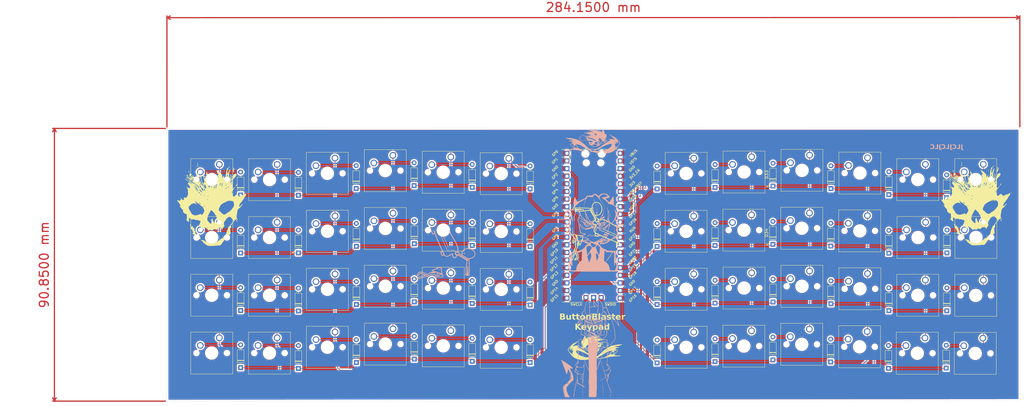
<source format=kicad_pcb>
(kicad_pcb (version 20240108) (generator "pcbnew") (generator_version "8.0")
  (title_block (title "ButtonBlaster Keypad") (date "2025-02-19") (rev "1"))
  (layers (0 "F.Cu" signal) (31 "B.Cu" signal) (34 "B.Paste" user) (35 "F.Paste" user) (36 "B.SilkS" user "B.Silkscreen") (37 "F.SilkS" user "F.Silkscreen") (38 "B.Mask" user) (39 "F.Mask" user) (44 "Edge.Cuts" user))
  (net 0 "")
  (net 1 "Net-(D27-A)")
  (net 2 "Net-(D46-A)")
  (net 3 "Net-(D12-A)")
  (net 4 "Net-(D32-A)")
  (net 5 "C2A")
  (net 6 "C5B")
  (net 7 "Net-(D1-A)")
  (net 8 "Net-(D2-A)")
  (net 9 "Net-(D3-A)")
  (net 10 "Net-(D4-A)")
  (net 11 "Net-(D5-A)")
  (net 12 "Net-(D6-A)")
  (net 13 "Net-(D7-A)")
  (net 14 "Net-(D8-A)")
  (net 15 "Net-(D9-A)")
  (net 16 "Net-(D10-A)")
  (net 17 "Net-(D11-A)")
  (net 18 "Net-(D13-A)")
  (net 19 "Net-(D14-A)")
  (net 20 "Net-(D15-A)")
  (net 21 "Net-(D44-A)")
  (net 22 "Net-(D16-A)")
  (net 23 "Net-(D17-A)")
  (net 24 "Net-(D18-A)")
  (net 25 "Net-(D19-A)")
  (net 26 "Net-(D20-A)")
  (net 27 "Net-(D21-A)")
  (net 28 "Net-(D22-A)")
  (net 29 "Net-(D23-A)")
  (net 30 "Net-(D24-A)")
  (net 31 "Net-(D25-A)")
  (net 32 "Net-(D26-A)")
  (net 33 "Net-(D28-A)")
  (net 34 "C5A")
  (net 35 "Net-(D31-A)")
  (net 36 "Net-(D33-A)")
  (net 37 "Net-(D34-A)")
  (net 38 "Net-(D35-A)")
  (net 39 "Net-(D36-A)")
  (net 40 "Net-(D37-A)")
  (net 41 "Net-(D38-A)")
  (net 42 "Net-(D39-A)")
  (net 43 "Net-(D40-A)")
  (net 44 "Net-(D41-A)")
  (net 45 "Net-(D42-A)")
  (net 46 "Net-(D43-A)")
  (net 47 "Net-(D45-A)")
  (net 48 "Net-(D47-A)")
  (net 49 "Net-(D48-A)")
  (net 51 "GND")
  (net 54 "C2B")
  (net 57 "C6A")
  (net 58 "C4A")
  (net 59 "F1A")
  (net 60 "F2A")
  (net 61 "F3A")
  (net 66 "F4A")
  (net 67 "F1B")
  (net 73 "F2B")
  (net 75 "F3B")
  (net 76 "F4B")
  (net 77 "Net-(D29-A)")
  (net 81 "Net-(D30-A)")
  (net 82 "C6B")
  (net 83 "C1B")
  (net 84 "C3A")
  (net 85 "C3B")
  (net 86 "C4B")
  (net 87 "C1A")
  (net 97 "unconnected-(U1-GPIO1-Pad2)")
  (net 98 "unconnected-(U1-GPIO2-Pad4)")
  (footprint "Diode_THT:D_DO-35_SOD27_P7.62mm_Horizontal" (layer "F.Cu") (at 198.14 36.26 90)
    (property "Reference" "D29" (hide yes))
    (property "Value" "1N4148" (hide yes))
  )
  (footprint "Button_Switch_Keyboard:SW_Cherry_MX_1.00u_PCB" (layer "F.Cu") (at 129.44 65.16)
    (property "Reference" "B1" (hide yes))
    (property "Value" "SW_Push" (hide yes))
  )
  (footprint "Diode_THT:D_DO-35_SOD27_P7.62mm_Horizontal" (layer "F.Cu") (at 40.09 77.27 90)
    (property "Reference" "D3" (hide yes))
    (property "Value" "1N4148" (hide yes))
  )
  (footprint "Diode_THT:D_DO-35_SOD27_P7.62mm_Horizontal" (layer "F.Cu") (at 236.65 94.41 90)
    (property "Reference" "D40" (hide yes))
    (property "Value" "1N4148" (hide yes))
  )
  (footprint "Diode_THT:D_DO-35_SOD27_P7.62mm_Horizontal" (layer "F.Cu") (at 255.92 96.53 90)
    (property "Reference" "D44" (hide yes))
    (property "Value" "1N4148" (hide yes))
  )
  (footprint "Diode_THT:D_DO-35_SOD27_P7.62mm_Horizontal" (layer "F.Cu") (at 59.34 96.57 90)
    (property "Reference" "D8" (hide yes))
    (property "Value" "1N4148" (hide yes))
  )
  (footprint "Button_Switch_Keyboard:SW_Cherry_MX_1.00u_PCB" (layer "F.Cu") (at 287.59 47.85)
    (property "Reference" "Delete1" (hide yes))
    (property "Value" "SW_Push" (hide yes))
  )
  (footprint "Button_Switch_Keyboard:SW_Cherry_MX_1.00u_PCB" (layer "F.Cu") (at 268.22 67.12)
    (property "Reference" "Arriba1" (hide yes))
    (property "Value" "SW_Push" (hide yes))
  )
  (footprint "Diode_THT:D_DO-35_SOD27_P7.62mm_Horizontal" (layer "F.Cu") (at 198.14 94.31 90)
    (property "Reference" "D32" (hide yes))
    (property "Value" "1N4148" (hide yes))
  )
  (footprint "Diode_THT:D_DO-35_SOD27_P7.62mm_Horizontal" (layer "F.Cu") (at 198.14 74.81 90)
    (property "Reference" "D31" (hide yes))
    (property "Value" "1N4148" (hide yes))
  )
  (footprint "Button_Switch_Keyboard:SW_Cherry_MX_1.00u_PCB" (layer "F.Cu") (at 210.34 64.7)
    (property "Reference" "M1" (hide yes))
    (property "Value" "SW_Push" (hide yes))
  )
  (footprint "Diode_THT:D_DO-35_SOD27_P7.62mm_Horizontal" (layer "F.Cu") (at 217.4 93.71 90)
    (property "Reference" "D36" (hide yes))
    (property "Value" "1N4148" (hide yes))
  )
  (footprint "Button_Switch_Keyboard:SW_Cherry_MX_1.00u_PCB" (layer "F.Cu") (at 71.54 84.42)
    (property "Reference" "FN1" (hide yes))
    (property "Value" "SW_Push" (hide yes))
  )
  (footprint "Diode_THT:D_DO-35_SOD27_P7.62mm_Horizontal" (layer "F.Cu") (at 117.24 74.92 90)
    (property "Reference" "D19" (hide yes))
    (property "Value" "1N4148" (hide yes))
  )
  (footprint "Button_Switch_Keyboard:SW_Cherry_MX_1.00u_PCB" (layer "F.Cu") (at 110.11 26.13)
    (property "Reference" "R1" (hide yes))
    (property "Value" "SW_Push" (hide yes))
  )
  (footprint "Button_Switch_Keyboard:SW_Cherry_MX_1.00u_PCB" (layer "F.Cu") (at 248.82 84.27)
    (property "Reference" "Izquierda1" (hide yes))
    (property "Value" "SW_Push" (hide yes))
  )
  (footprint "Diode_THT:D_DO-35_SOD27_P7.62mm_Horizontal" (layer "F.Cu") (at 59.34 38.87 90)
    (property "Reference" "D5" (hide yes))
    (property "Value" "1N4148" (hide yes))
  )
  (footprint "Button_Switch_Keyboard:SW_Cherry_MX_1.00u_PCB" (layer "F.Cu") (at 248.9 45.66)
    (property "Reference" "L1" (hide yes))
    (property "Value" "SW_Push" (hide yes))
  )
  (footprint "Button_Switch_Keyboard:SW_Cherry_MX_1.00u_PCB" (layer "F.Cu") (at 268.22 28.57)
    (property "Reference" "P1" (hide yes))
    (property "Value" "SW_Push" (hide yes))
  )
  (footprint "Diode_THT:D_DO-35_SOD27_P7.62mm_Horizontal" (layer "F.Cu") (at 178.84 75.26 90)
    (property "Reference" "D27" (hide yes))
    (property "Value" "1N4148" (hide yes))
  )
  (footprint "Diode_THT:D_DO-35_SOD27_P7.62mm_Horizontal" (layer "F.Cu") (at 97.89 35.67 90)
    (property "Reference" "D13" (hide yes))
    (property "Value" "1N4148" (hide yes))
  )
  (footprint "Diode_THT:D_DO-35_SOD27_P7.62mm_Horizontal" (layer "F.Cu") (at 59.34 58.07 90)
    (property "Reference" "D6" (hide yes))
    (property "Value" "1N4148" (hide yes))
  )
  (footprint "Diode_THT:D_DO-35_SOD27_P7.62mm_Horizontal" (layer "F.Cu") (at 275.15 96.46 90)
    (property "Reference" "D48" (hide yes))
    (property "Value" "1N4148" (hide yes))
  )
  (footprint "Button_Switch_Keyboard:SW_Cherry_MX_1.00u_PCB" (layer "F.Cu") (at 287.52 67.15)
    (property "Reference" "Enter1" (hide yes))
    (property "Value" "SW_Push" (hide yes))
  )
  (footprint "Button_Switch_Keyboard:SW_Cherry_MX_1.00u_PCB" (layer "F.Cu") (at 191.04 84.45)
    (property "Reference" "Espacio2" (hide yes))
    (property "Value" "SW_Push" (hide yes))
  )
  (footprint "Button_Switch_Keyboard:SW_Cherry_MX_1.00u_PCB" (layer "F.Cu") (at 129.44 45.86)
    (property "Reference" "G1" (hide yes))
    (property "Value" "SW_Push" (hide yes))
  )
  (footprint "Diode_THT:D_DO-35_SOD27_P7.62mm_Horizontal" (layer "F.Cu") (at 78.64 94.62 90)
    (property "Reference" "D12" (hide yes))
    (property "Value" "1N4148" (hide yes))
  )
  (footprint "Imagenes:Emile" (layer "F.Cu") (at 285.25 41.75)
    (property "Reference" "G***" (hide yes))
    (property "Value" "LOGO" (hide yes))
  )
  (footprint "Imagenes:SonicHu" (layer "F.Cu") (at 158.25 89.6)
    (property "Reference" "G***" (hide yes))
    (property "Value" "LOGO" (hide yes))
  )
  (footprint "Diode_THT:D_DO-35_SOD27_P7.62mm_Horizontal" (layer "F.Cu") (at 117.24 94.17 90)
    (property "Reference" "D20" (hide yes))
    (property "Value" "1N4148" (hide yes))
  )
  (footprint "Button_Switch_Keyboard:SW_Cherry_MX_1.00u_PCB" (layer "F.Cu") (at 32.99 28.58)
    (property "Reference" "TAB1" (hide yes))
    (property "Value" "SW_Push" (hide yes))
  )
  (footprint "Button_Switch_Keyboard:SW_Cherry_MX_1.00u_PCB" (layer "F.Cu") (at 52.24 86.37)
    (property "Reference" "CTRL1" (hide yes))
    (property "Value" "SW_Push" (hide yes))
  )
  (footprint "MCU_RaspberryPi_and_Boards:RPi_Pico_SMD_TH" (layer "F.Cu") (at 157.665 49.03)
    (property "Reference" "U1")
    (property "Value" "Pico")
  )
  (footprint "Imagenes:Emile" (layer "F.Cu") (at 30.7 41.95)
    (property "Reference" "G***" (hide yes))
    (property "Value" "LOGO" (hide yes))
  )
  (footprint "Button_Switch_Keyboard:SW_Cherry_MX_1.00u_PCB" (layer "F.Cu") (at 129.43 26.58)
    (property "Reference" "T1" (hide yes))
    (property "Value" "SW_Push" (hide yes))
  )
  (footprint "Diode_THT:D_DO-35_SOD27_P7.62mm_Horizontal" (layer "F.Cu") (at 97.94 55.02 90)
    (property "Reference" "D14" (hide yes))
    (property "Value" "1N4148" (hide yes))
  )
  (footprint "Button_Switch_Keyboard:SW_Cherry_MX_1.00u_PCB" (layer "F.Cu") (at 52.26 28.58)
    (property "Reference" "Q1" (hide yes))
    (property "Value" "SW_Push" (hide yes))
  )
  (footprint "Button_Switch_Keyboard:SW_Cherry_MX_1.00u_PCB" (layer "F.Cu") (at 110.14 45.42)
    (property "Reference" "F1" (hide yes))
    (property "Value" "SW_Push" (hide yes))
  )
  (footprint "Button_Switch_Keyboard:SW_Cherry_MX_1.00u_PCB" (layer "F.Cu") (at 32.99 67.11)
    (property "Reference" "ShiftL1" (hide yes))
    (property "Value" "SW_Push" (hide yes))
  )
  (footprint "Diode_THT:D_DO-35_SOD27_P7.62mm_Horizontal" (layer "F.Cu") (at 117.24 36.22 90)
    (property "Reference" "D17" (hide yes))
    (property "Value" "1N4148" (hide yes))
  )
  (footprint "Button_Switch_Keyboard:SW_Cherry_MX_1.00u_PCB" (layer "F.Cu") (at 229.59 44.77)
    (property "Reference" "K1" (hide yes))
    (property "Value" "SW_Push" (hide yes))
  )
  (footprint "Diode_THT:D_DO-35_SOD27_P7.62mm_Horizontal" (layer "F.Cu") (at 217.44 35.82 90)
    (property "Reference" "D33")
    (property "Value" "1N4148" (hide yes))
  )
  (footprint "Button_Switch_Keyboard:SW_Cherry_MX_1.00u_PCB" (layer "F.Cu") (at 52.24 67.12)
    (property "Reference" "Z1" (hide yes))
    (property "Value" "SW_Push" (hide yes))
  )
  (footprint "Button_Switch_Keyboard:SW_Cherry_MX_1.00u_PCB" (layer "F.Cu") (at 32.99 47.87)
    (property "Reference" "Mayus1" (hide yes))
    (property "Value" "SW_Push" (hide yes))
  )
  (footprint "Imagenes:Dsand1" (layer "F.Cu") (at 158.17 50.89 -90)
    (property "Reference" "G***" (hide yes))
    (property "Value" "LOGO" (hide yes))
  )
  (footprint "Diode_THT:D_DO-35_SOD27_P7.62mm_Horizontal" (layer "F.Cu") (at 136.54 94.62 90)
    (property "Reference" "D24" (hide yes))
    (property "Value" "1N4148" (hide yes))
  )
  (footprint "Diode_THT:D_DO-35_SOD27_P7.62mm_Horizontal" (layer "F.Cu") (at 217.4 55.21 90)
    (property "Reference" "D34")
    (property "Value" "1N4148" (hide yes))
  )
  (footprint "Button_Switch_Keyboard:SW_Cherry_MX_1.00u_PCB" (layer "F.Cu") (at 268.29 47.86)
    (property "Reference" "Ñ1" (hide yes))
    (property "Value" "SW_Push" (hide yes))
  )
  (footprint "Diode_THT:D_DO-35_SOD27_P7.62mm_Horizontal" (layer "F.Cu") (at 256.04 58.17 90)
    (property "Reference" "D42" (hide yes))
    (property "Value" "1N4148" (hide yes))
  )
  (footprint "Diode_THT:D_DO-35_SOD27_P7.62mm_Horizontal" (layer "F.Cu") (at 178.84 55.91 90)
    (property "Reference" "D26" (hide yes))
    (property "Value" "1N4148" (hide yes))
  )
  (footprint "Button_Switch_Keyboard:SW_Cherry_MX_1.00u_PCB" (layer "F.Cu") (at 90.84 64.12)
    (property "Reference" "C1" (hide yes))
    (property "Value" "SW_Push" (hide yes))
  )
  (footprint "Button_Switch_Keyboard:SW_Cherry_MX_1.00u_PCB" (layer "F.Cu") (at 191.03 45.81)
    (property "Reference" "H1" (hide yes))
    (property "Value" "SW_Push" (hide yes))
  )
  (footprint "Diode_THT:D_DO-35_SOD27_P7.62mm_Horizontal" (layer "F.Cu") (at 78.64 55.87 90)
    (property "Reference" "D10" (hide yes))
    (property "Value" "1N4148" (hide yes))
  )
  (footprint "Button_Switch_Keyboard:SW_Cherry_MX_1.00u_PCB" (layer "F.Cu") (at 248.94 64.96)
    (property "Reference" "Loquesea4" (hide yes))
    (property "Value" "SW_Push" (hide yes))
  )
  (footprint "Diode_THT:D_DO-35_SOD27_P7.62mm_Horizontal" (layer "F.Cu") (at 198.14 55.61 90)
    (property "Reference" "D30" (hide yes))
    (property "Value" "1N4148" (hide yes))
  )
  (footprint "Button_Switch_Keyboard:SW_Cherry_MX_1.00u_PCB" (layer "F.Cu") (at 287.37 86.47)
    (property "Reference" "Derecha1" (hide yes))
    (property "Value" "SW_Push" (hide yes))
  )
  (footprint "Button_Switch_Keyboard:SW_Cherry_MX_1.00u_PCB" (layer "F.Cu") (at 191.04 26.51)
    (property "Reference" "Y1" (hide yes))
    (property "Value" "SW_Push" (hide yes))
  )
  (footprint "Button_Switch_Keyboard:SW_Cherry_MX_1.00u_PCB" (layer "F.Cu") (at 52.24 47.87)
    (property "Reference" "A1" (hide yes))
    (property "Value" "SW_Push" (hide yes))
  )
  (footprint "Diode_THT:D_DO-35_SOD27_P7.62mm_Horizontal" (layer "F.Cu") (at 40.09 38.77 90)
    (property "Reference" "D1" (hide yes))
    (property "Value" "1N4148" (hide yes))
  )
  (footprint "Button_Switch_Keyboard:SW_Cherry_MX_1.00u_PCB" (layer "F.Cu") (at 110.14 83.97)
    (property "Reference" "ALT1" (hide yes))
    (property "Value" "SW_Push" (hide yes))
  )
  (footprint "Button_Switch_Keyboard:SW_Cherry_MX_1.00u_PCB" (layer "F.Cu") (at 191.04 65.11)
    (property "Reference" "N1" (hide yes))
    (property "Value" "SW_Push" (hide yes))
  )
  (footprint "Diode_THT:D_DO-35_SOD27_P7.62mm_Horizontal" (layer "F.Cu") (at 217.45 74.41 90)
    (property "Reference" "D35" (hide yes))
    (property "Value" "1N4148" (hide yes))
  )
  (footprint "Diode_THT:D_DO-35_SOD27_P7.62mm_Horizontal" (layer "F.Cu") (at 40.09 96.32 90)
    (property "Reference" "D4" (hide yes))
    (property "Value" "1N4148" (hide yes))
  )
  (footprint "Diode_THT:D_DO-35_SOD27_P7.62mm_Horizontal" (layer "F.Cu") (at 275.3 39.71 90)
    (property "Reference" "D45" (hide yes))
    (property "Value" "1N4148" (hide yes))
  )
  (footprint "Diode_THT:D_DO-35_SOD27_P7.62mm_Horizontal" (layer "F.Cu") (at 236.7 55.81 90)
    (property "Reference" "D38" (hide yes))
    (property "Value" "1N4148" (hide yes))
  )
  (footprint "Diode_THT:D_DO-35_SOD27_P7.62mm_Horizontal" (layer "F.Cu") (at 275.35 77.36 90)
    (property "Reference" "D47" (hide yes))
    (property "Value" "1N4148" (hide yes))
  )
  (footprint "Button_Switch_Keyboard:SW_Cherry_MX_1.00u_PCB" (layer "F.Cu") (at 229.55 83.46)
    (property "Reference" "Loquesea3" (hide yes))
    (property "Value" "SW_Push" (hide yes))
  )
  (footprint "Diode_THT:D_DO-35_SOD27_P7.62mm_Horizontal" (layer "F.Cu") (at 78.64 75.27 90)
    (property "Reference" "D11" (hide yes))
    (property "Value" "1N4148" (hide yes))
  )
  (footprint "Diode_THT:D_DO-35_SOD27_P7.62mm_Horizontal" (layer "F.Cu") (at 40.09 58.12 90)
    (property "Reference" "D2" (hide yes))
    (property "Value" "1N4148" (hide yes))
  )
  (footprint "Button_Switch_Keyboard:SW_Cherry_MX_1.00u_PCB" (layer "F.Cu") (at 32.99 86.36)
    (property "Reference" "Loquesea1" (hide yes))
    (property "Value" "SW_Push" (hide yes))
  )
  (footprint "Diode_THT:D_DO-35_SOD27_P7.62mm_Horizontal" (layer "F.Cu") (at 136.54 36.72 90)
    (property "Reference" "D21" (hide yes))
    (property "Value" "1N4148" (hide yes))
  )
  (footprint "Diode_THT:D_DO-35_SOD27_P7.62mm_Horizontal" (layer "F.Cu") (at 117.24 55.57 90)
    (property "Reference" "D18" (hide yes))
    (property "Value" "1N4148" (hide yes))
  )
  (footprint "Button_Switch_Keyboard:SW_Cherry_MX_1.00u_PCB" (layer "F.Cu") (at 90.84 83.37)
    (property "Reference" "Win1" (hide yes))
    (property "Value" "SW_Push" (hide yes))
  )
  (footprint "Diode_THT:D_DO-35_SOD27_P7.62mm_Horizontal" (layer "F.Cu") (at 59.34 77.42 90)
    (property "Reference" "D7" (hide yes))
    (property "Value" "1N4148" (hide yes))
  )
  (footprint "Diode_THT:D_DO-35_SOD27_P7.62mm_Horizontal" (layer "F.Cu") (at 78.59 36.62 90)
    (property "Reference" "D9" (hide yes))
    (property "Value" "1N4148" (hide yes))
  )
  (footprint "Diode_THT:D_DO-35_SOD27_P7.62mm_Horizontal" (layer "F.Cu") (at 256.04 77.32 90)
    (property "Reference" "D43" (hide yes))
    (property "Value" "1N4148" (hide yes))
  )
  (footprint "Button_Switch_Keyboard:SW_Cherry_MX_1.00u_PCB" (layer "F.Cu") (at 210.29 84.05)
    (property "Reference" "AltGR1" (hide yes))
    (property "Value" "SW_Push" (hide yes))
  )
  (footprint "Diode_THT:D_DO-35_SOD27_P7.62mm_Horizontal" (layer "F.Cu") (at 136.54 75.42 90)
    (property "Reference" "D23" (hide yes))
    (property "Value" "1N4148" (hide yes))
  )
  (footprint "Diode_THT:D_DO-35_SOD27_P7.62mm_Horizontal" (layer "F.Cu") (at 178.84 94.71 90)
    (property "Reference" "D28" (hide yes))
    (property "Value" "1N4148" (hide yes))
  )
  (footprint "Button_Switch_Keyboard:SW_Cherry_MX_1.00u_PCB" (layer "F.Cu") (at 210.29 45.4)
    (property "Reference" "J1" (hide yes))
    (property "Value" "SW_Push" (hide yes))
  )
  (footprint "Diode_THT:D_DO-35_SOD27_P7.62mm_Horizontal" (layer "F.Cu") (at 236.74 36.66 90)
    (property "Reference" "D37" (hide yes))
    (property "Value" "1N4148" (hide yes))
  )
  (footprint "Diode_THT:D_DO-35_SOD27_P7.62mm_Horizontal" (layer "F.Cu") (at 136.54 55.97 90)
    (property "Reference" "D22" (hide yes))
    (property "Value" "1N4148" (hide yes))
  )
  (footprint "Button_Switch_Keyboard:SW_Cherry_MX_1.00u_PCB" (layer "F.Cu") (at 90.84 44.86)
    (property "Reference" "De1" (hide yes))
    (property "Value" "SW_Push" (hide yes))
  )
  (footprint "Button_Switch_Keyboard:SW_Cherry_MX_1.00u_PCB" (layer "F.Cu") (at 90.81 25.58)
    (property "Reference" "E1" (hide yes))
    (property "Value" "SW_Push" (hide yes))
  )
  (footprint "Button_Switch_Keyboard:SW_Cherry_MX_1.00u_PCB" (layer "F.Cu") (at 287.497323 28.54732)
    (property "Reference" "Esc1" (hide yes))
    (property "Value" "SW_Push" (hide yes))
  )
  (footprint "Diode_THT:D_DO-35_SOD27_P7.62mm_Horizontal" (layer "F.Cu") (at 97.94 74.37 90)
    (property "Reference" "D15" (hide yes))
    (property "Value" "1N4148" (hide yes))
  )
  (footprint "Button_Switch_Keyboard:SW_Cherry_MX_1.00u_PCB" (layer "F.Cu") (at 229.64 25.5)
    (property "Reference" "I1" (hide yes))
    (property "Value" "SW_Push" (hide yes))
  )
  (footprint "Button_Switch_Keyboard:SW_Cherry_MX_1.00u_PCB" (layer "F.Cu") (at 71.54 45.77)
    (property "Reference" "S1" (hide yes))
    (property "Value" "SW_Push" (hide yes))
  )
  (footprint "Button_Switch_Keyboard:SW_Cherry_MX_1.00u_PCB" (layer "F.Cu") (at 129.44 84.47)
    (property "Reference" "Espacio1" (hide yes))
    (property "Value" "SW_Push" (hide yes))
  )
  (footprint "Button_Switch_Keyboard:SW_Cherry_MX_1.00u_PCB" (layer "F.Cu") (at 210.33 26.05)
    (property "Reference" "U2" (hide yes))
    (property "Value" "SW_Push" (hide yes))
  )
  (footprint "Diode_THT:D_DO-35_SOD27_P7.62mm_Horizontal" (layer "F.Cu") (at 97.94 93.47 90)
    (property "Reference" "D16" (hide yes))
    (property "Value" "1N4148" (hide yes))
  )
  (footprint "Button_Switch_Keyboard:SW_Cherry_MX_1.00u_PCB" (layer "F.Cu") (at 71.54 65.12)
    (property "Reference" "X1" (hide yes))
    (property "Value" "SW_Push" (hide yes))
  )
  (footprint "Button_Switch_Keyboard:SW_Cherry_MX_1.00u_PCB" (layer "F.Cu") (at 71.51 26.48)
    (property "Reference" "W1" (hide yes))
    (property "Value" "SW_Push" (hide yes))
  )
  (footprint "Diode_THT:D_DO-35_SOD27_P7.62mm_Horizontal" (layer "F.Cu") (at 275.39 58.06 90)
    (property "Reference" "D46" (hide yes))
    (property "Value" "1N4148" (hide yes))
  )
  (footprint "Diode_THT:D_DO-35_SOD27_P7.62mm_Horizontal" (layer "F.Cu") (at 178.84 36.76 90)
    (property "Reference" "D25" (hide yes))
    (property "Value" "1N4148" (hide yes))
  )
  (footprint "Button_Switch_Keyboard:SW_Cherry_MX_1.00u_PCB" (layer "F.Cu") (at 110.14 64.72)
    (property "Reference" "V1" (hide yes))
    (property "Value" "SW_Push" (hide yes))
  )
  (footprint "Button_Switch_Keyboard:SW_Cherry_MX_1.00u_PCB" (layer "F.Cu") (at 248.94 26.4)
    (property "Reference" "O1" (hide yes))
    (property "Value" "SW_Push" (hide yes))
  )
  (footprint "Diode_THT:D_DO-35_SOD27_P7.62mm_Horizontal" (layer "F.Cu") (at 256.04 38.67 90)
    (property "Reference" "D41" (hide yes))
    (property "Value" "1N4148" (hide yes))
  )
  (footprint "Button_Switch_Keyboard:SW_Cherry_MX_1.00u_PCB" (layer "F.Cu") (at 229.62 64.12)
    (property "Reference" "Loquesea2" (hide yes))
    (property "Value" "SW_Push" (hide yes))
  )
  (footprint "Button_Switch_Keyboard:SW_Cherry_MX_1.00u_PCB" (layer "F.Cu") (at 268.07 86.42)
    (property "Reference" "Abajo1" (hide yes))
    (property "Value" "SW_Push" (hide yes))
  )
  (footprint "Diode_THT:D_DO-35_SOD27_P7.62mm_Horizontal" (layer "F.Cu") (at 236.75 75.01 90)
    (property "Reference" "D39" (hide yes))
    (property "Value" "1N4148" (hide yes))
  )
  (footprint "Imagenes:Dsand1" (layer "B.Cu") (at 108.484878 58.88281 180)
    (property "Reference" "G***" (hide yes))
    (property "Value" "LOGO" (hide yes))
  )
  (footprint "Imagenes:SonicHu" (layer "B.Cu") (at 157.35 20.8 180)
    (property "Reference" "G***" (hide yes))
    (property "Value" "LOGO" (hide yes))
  )
  (footprint "Imagenes:Malina" (layer "B.Cu") (at 157.7 51.25 180)
    (property "Reference" "G***" (hide yes))
    (property "Value" "LOGO" (hide yes))
  )
  (footprint "Imagenes:Loremaster" (layer "B.Cu") (at 156.419222 89.533908 180)
    (property "Reference" "G***" (hide yes))
    (property "Value" "LOGO" (hide yes))
  )
  (gr_line (start 15.84 107.46) (end 299.69 107.26) (stroke (width 0.05)) (layer "Edge.Cuts"))
  (gr_line (start 299.69 107.26) (end 299.69 17.56) (stroke (width 0.05)) (layer "Edge.Cuts"))
  (gr_line (start 299.69 16.56) (end 15.84 16.61) (stroke (width 0.05)) (layer "Edge.Cuts"))
  (gr_line (start 15.84 16.61) (end 15.54 16.61) (stroke (width 0.05)) (layer "Edge.Cuts"))
  (gr_line (start 299.69 17.56) (end 299.69 16.56) (stroke (width 0.05)) (layer "Edge.Cuts"))
  (gr_line (start 15.54 16.61) (end 15.54 107.46) (stroke (width 0.05)) (layer "Edge.Cuts"))
  (gr_line (start 15.84 107.46) (end 15.54 107.46) (stroke (width 0.05)) (layer "Edge.Cuts"))
  (gr_text "JLCJLCJLC" (at 280.74 23.7 -0) (layer "B.SilkS") (effects (font (size 1.5 1.5) (thickness 0.3) (bold yes)) (justify left bottom mirror)))
  (gr_text "ButtonBlaster\nKeypad" (at 157.24 84.01 0) (layer "F.SilkS") (effects (font (size 2 2) (thickness 0.3) (bold yes)) (justify bottom)))
  (dimension (type aligned) (layer "F.Cu") (pts (xy 15.54 16.61) (xy 299.69 16.56)) (height -36.907127) (gr_text "284.1500 mm" (at 157.607908 -23.722126 0.01008196004) (layer "F.Cu") (effects (font (size 3 3) (thickness 0.4)))) (format (prefix "") (suffix "") (units 3) (units_format 1) (precision 4)) (style (thickness 0.4) (arrow_length 1.27) (text_position_mode 0) (extension_height 0.58642) (extension_offset 0.5) keep_text_aligned))
  (dimension (type aligned) (layer "F.Cu") (pts (xy 15.54 16.61) (xy 15.54 107.46)) (height 37.49) (gr_text "90.8500 mm" (at -25.35 62.035 90) (layer "F.Cu") (effects (font (size 3 3) (thickness 0.4)))) (format (prefix "") (suffix "") (units 3) (units_format 1) (precision 4)) (style (thickness 0.4) (arrow_length 1.27) (text_position_mode 0) (extension_height 0.58642) (extension_offset 0.5) keep_text_aligned))
  (segment (start 184.68 67.64) (end 184.69 67.65) (width 0.2) (layer "B.Cu") (net 1))
  (segment (start 178.84 67.64) (end 184.68 67.64) (width 0.2) (layer "B.Cu") (net 1))
  (segment (start 275.39 50.44) (end 281.19 50.44) (width 0.2) (layer "B.Cu") (net 2))
  (segment (start 281.19 50.44) (end 281.24 50.39) (width 0.2) (layer "B.Cu") (net 2))
  (segment (start 78.64 87) (end 65.23 87) (width 0.2) (layer "B.Cu") (net 3))
  (segment (start 65.23 87) (end 65.19 86.96) (width 0.2) (layer "B.Cu") (net 3))
  (segment (start 203.84 86.69) (end 203.94 86.59) (width 0.2) (layer "B.Cu") (net 4))
  (segment (start 198.14 86.69) (end 203.84 86.69) (width 0.2) (layer "B.Cu") (net 4))
  (segment (start 52.24 86.37) (end 52.24 67.12) (width 0.2) (layer "F.Cu") (net 5))
  (segment (start 52.24 67.12) (end 52.24 47.87) (width 0.2) (layer "F.Cu") (net 5))
  (segment (start 137.35 99.68) (end 141.61 95.42) (width 0.2) (layer "F.Cu") (net 5))
  (segment (start 52.24 86.37) (end 52.24 89.15) (width 0.2) (layer "F.Cu") (net 5))
  (segment (start 52.24 28.6) (end 52.26 28.58) (width 0.2) (layer "F.Cu") (net 5))
  (segment (start 147.215 70.62) (end 148.775 70.62) (width 0.2) (layer "F.Cu") (net 5))
  (segment (start 52.24 89.15) (end 53.06 89.97) (width 0.2) (layer "F.Cu") (net 5))
  (segment (start 53.63 99.68) (end 137.35 99.68) (width 0.2) (layer "F.Cu") (net 5))
  (segment (start 53.06 99.11) (end 53.63 99.68) (width 0.2) (layer "F.Cu") (net 5))
  (segment (start 141.61 95.42) (end 141.61 76.225) (width 0.2) (layer "F.Cu") (net 5))
  (segment (start 141.61 76.225) (end 147.215 70.62) (width 0.2) (layer "F.Cu") (net 5))
  (segment (start 52.24 47.87) (end 52.24 28.6) (width 0.2) (layer "F.Cu") (net 5))
  (segment (start 53.06 89.97) (end 53.06 99.11) (width 0.2) (layer "F.Cu") (net 5))
  (segment (start 251.19 96.71) (end 248.89 99.01) (width 0.2) (layer "F.Cu") (net 6))
  (segment (start 251.19 91.975686) (end 251.19 96.71) (width 0.2) (layer "F.Cu") (net 6))
  (segment (start 173.58 57.62) (end 166.855 57.62) (width 0.2) (layer "F.Cu") (net 6))
  (segment (start 248.89 99.01) (end 177.03 99.01) (width 0.2) (layer "F.Cu") (net 6))
  (segment (start 177.03 99.01) (end 174.42 96.4) (width 0.2) (layer "F.Cu") (net 6))
  (segment (start 174.42 96.4) (end 174.42 58.46) (width 0.2) (layer "F.Cu") (net 6))
  (segment (start 166.855 57.62) (end 166.555 57.92) (width 0.2) (layer "F.Cu") (net 6))
  (segment (start 268.29 47.86) (end 268.29 86.41) (width 0.2) (layer "F.Cu") (net 6))
  (segment (start 174.42 58.46) (end 173.58 57.62) (width 0.2) (layer "F.Cu") (net 6))
  (segment (start 256.755686 86.41) (end 251.19 91.975686) (width 0.2) (layer "F.Cu") (net 6))
  (segment (start 268.29 47.86) (end 268.29 28.55) (width 0.2) (layer "F.Cu") (net 6))
  (segment (start 268.29 86.41) (end 256.755686 86.41) (width 0.2) (layer "F.Cu") (net 6))
  (segment (start 40.09 31.15) (end 26.67 31.15) (width 0.2) (layer "B.Cu") (net 7))
  (segment (start 26.67 31.15) (end 26.64 31.12) (width 0.2) (layer "B.Cu") (net 7))
  (segment (start 26.73 50.5) (end 26.64 50.41) (width 0.2) (layer "B.Cu") (net 8))
  (segment (start 40.09 50.5) (end 26.73 50.5) (width 0.2) (layer "B.Cu") (net 8))
  (segment (start 40.09 69.65) (end 26.64 69.65) (width 0.2) (layer "B.Cu") (net 9))
  (segment (start 26.84 88.7) (end 26.64 88.9) (width 0.2) (layer "B.Cu") (net 10))
  (segment (start 40.09 88.7) (end 26.84 88.7) (width 0.2) (layer "B.Cu") (net 10))
  (segment (start 46.04 31.25) (end 45.91 31.12) (width 0.2) (layer "B.Cu") (net 11))
  (segment (start 59.34 31.25) (end 46.04 31.25) (width 0.2) (layer "B.Cu") (net 11))
  (segment (start 59.34 50.45) (end 45.93 50.45) (width 0.2) (layer "B.Cu") (net 12))
  (segment (start 45.93 50.45) (end 45.89 50.41) (width 0.2) (layer "B.Cu") (net 12))
  (segment (start 59.34 69.8) (end 46.03 69.8) (width 0.2) (layer "B.Cu") (net 13))
  (segment (start 46.03 69.8) (end 45.89 69.66) (width 0.2) (layer "B.Cu") (net 13))
  (segment (start 59.34 88.95) (end 45.93 88.95) (width 0.2) (layer "B.Cu") (net 14))
  (segment (start 45.93 88.95) (end 45.89 88.91) (width 0.2) (layer "B.Cu") (net 14))
  (segment (start 65.18 29) (end 65.16 29.02) (width 0.2) (layer "B.Cu") (net 15))
  (segment (start 78.59 29) (end 65.18 29) (width 0.2) (layer "B.Cu") (net 15))
  (segment (start 78.64 48.25) (end 65.25 48.25) (width 0.2) (layer "B.Cu") (net 16))
  (segment (start 65.25 48.25) (end 65.19 48.31) (width 0.2) (layer "B.Cu") (net 16))
  (segment (start 65.2 67.65) (end 65.19 67.66) (width 0.2) (layer "B.Cu") (net 17))
  (segment (start 78.64 67.65) (end 65.2 67.65) (width 0.2) (layer "B.Cu") (net 17))
  (segment (start 97.89 28.05) (end 84.53 28.05) (width 0.2) (layer "B.Cu") (net 18))
  (segment (start 84.53 28.05) (end 84.46 28.12) (width 0.2) (layer "B.Cu") (net 18))
  (segment (start 97.94 47.4) (end 84.49 47.4) (width 0.2) (layer "B.Cu") (net 19))
  (segment (start 97.94 66.75) (end 84.58 66.75) (width 0.2) (layer "B.Cu") (net 20))
  (segment (start 84.58 66.75) (end 84.49 66.66) (width 0.2) (layer "B.Cu") (net 20))
  (segment (start 256.09 88.94) (end 261.93 88.94) (width 0.2) (layer "B.Cu") (net 21))
  (segment (start 261.93 88.94) (end 261.94 88.95) (width 0.2) (layer "B.Cu") (net 21))
  (segment (start 84.55 85.85) (end 84.49 85.91) (width 0.2) (layer "B.Cu") (net 22))
  (segment (start 97.94 85.85) (end 84.55 85.85) (width 0.2) (layer "B.Cu") (net 22))
  (segment (start 117.24 28.6) (end 103.83 28.6) (width 0.2) (layer "B.Cu") (net 23))
  (segment (start 103.83 28.6) (end 103.76 28.67) (width 0.2) (layer "B.Cu") (net 23))
  (segment (start 103.8 47.95) (end 103.79 47.96) (width 0.2) (layer "B.Cu") (net 24))
  (segment (start 117.24 47.95) (end 103.8 47.95) (width 0.2) (layer "B.Cu") (net 24))
  (segment (start 117.24 67.3) (end 103.83 67.3) (width 0.2) (layer "B.Cu") (net 25))
  (segment (start 103.83 67.3) (end 103.79 67.26) (width 0.2) (layer "B.Cu") (net 25))
  (segment (start 103.83 86.55) (end 103.79 86.51) (width 0.2) (layer "B.Cu") (net 26))
  (segment (start 117.24 86.55) (end 103.83 86.55) (width 0.2) (layer "B.Cu") (net 26))
  (segment (start 123.1 29.1) (end 123.08 29.12) (width 0.2) (layer "B.Cu") (net 27))
  (segment (start 136.54 29.1) (end 123.1 29.1) (width 0.2) (layer "B.Cu") (net 27))
  (segment (start 136.54 48.35) (end 123.14 48.35) (width 0.2) (layer "B.Cu") (net 28))
  (segment (start 123.14 48.35) (end 123.09 48.4) (width 0.2) (layer "B.Cu") (net 28))
  (segment (start 123.19 67.8) (end 123.09 67.7) (width 0.2) (layer "B.Cu") (net 29))
  (segment (start 136.54 67.8) (end 123.19 67.8) (width 0.2) (layer "B.Cu") (net 29))
  (segment (start 136.54 87) (end 123.1 87) (width 0.2) (layer "B.Cu") (net 30))
  (segment (start 123.1 87) (end 123.09 87.01) (width 0.2) (layer "B.Cu") (net 30))
  (segment (start 184.6 29.14) (end 184.69 29.05) (width 0.2) (layer "B.Cu") (net 31))
  (segment (start 178.84 29.14) (end 184.6 29.14) (width 0.2) (layer "B.Cu") (net 31))
  (segment (start 184.62 48.29) (end 184.68 48.35) (width 0.2) (layer "B.Cu") (net 32))
  (segment (start 178.84 48.29) (end 184.62 48.29) (width 0.2) (layer "B.Cu") (net 32))
  (segment (start 184.59 87.09) (end 184.69 86.99) (width 0.2) (layer "B.Cu") (net 33))
  (segment (start 178.84 87.09) (end 184.59 87.09) (width 0.2) (layer "B.Cu") (net 33))
  (segment (start 147.24 36.93) (end 148.8 36.93) (width 0.2) (layer "F.Cu") (net 34))
  (segment (start 110.14 64.72) (end 110.14 45.42) (width 0.2) (layer "F.Cu") (net 34))
  (segment (start 132.525 22.91) (end 147.215 37.6) (width 0.2) (layer "F.Cu") (net 34))
  (segment (start 110.14 26.16) (end 110.11 26.13) (width 0.2) (layer "F.Cu") (net 34))
  (segment (start 110.11 23.94) (end 111.14 22.91) (width 0.2) (layer "F.Cu") (net 34))
  (segment (start 110.14 83.97) (end 110.14 64.72) (width 0.2) (layer "F.Cu") (net 34))
  (segment (start 110.11 26.13) (end 110.11 23.94) (width 0.2) (layer "F.Cu") (net 34))
  (segment (start 110.14 45.42) (end 110.14 26.16) (width 0.2) (layer "F.Cu") (net 34))
  (segment (start 147.215 37.6) (end 148.775 37.6) (width 0.2) (layer "F.Cu") (net 34))
  (segment (start 111.14 22.91) (end 132.525 22.91) (width 0.2) (layer "F.Cu") (net 34))
  (segment (start 198.14 67.19) (end 203.94 67.19) (width 0.2) (layer "B.Cu") (net 35))
  (segment (start 203.94 67.19) (end 203.99 67.24) (width 0.2) (layer "B.Cu") (net 35))
  (segment (start 217.44 28.2) (end 223.13 28.2) (width 0.2) (layer "B.Cu") (net 36))
  (segment (start 223.13 28.2) (end 223.29 28.04) (width 0.2) (layer "B.Cu") (net 36))
  (segment (start 223.04 47.59) (end 223.29 47.34) (width 0.2) (layer "B.Cu") (net 37))
  (segment (start 217.49 47.59) (end 223.04 47.59) (width 0.2) (layer "B.Cu") (net 37))
  (segment (start 217.49 66.79) (end 223.2 66.79) (width 0.2) (layer "B.Cu") (net 38))
  (segment (start 223.2 66.79) (end 223.34 66.65) (width 0.2) (layer "B.Cu") (net 38))
  (segment (start 217.44 86.09) (end 223.24 86.09) (width 0.2) (layer "B.Cu") (net 39))
  (segment (start 223.24 86.09) (end 223.34 85.99) (width 0.2) (layer "B.Cu") (net 39))
  (segment (start 236.74 29.04) (end 242.49 29.04) (width 0.2) (layer "B.Cu") (net 40))
  (segment (start 242.49 29.04) (end 242.59 28.94) (width 0.2) (layer "B.Cu") (net 40))
  (segment (start 242.53 48.19) (end 242.59 48.25) (width 0.2) (layer "B.Cu") (net 41))
  (segment (start 236.79 48.19) (end 242.53 48.19) (width 0.2) (layer "B.Cu") (net 41))
  (segment (start 236.69 67.39) (end 242.48 67.39) (width 0.2) (layer "B.Cu") (net 42))
  (segment (start 242.48 67.39) (end 242.59 67.5) (width 0.2) (layer "B.Cu") (net 42))
  (segment (start 236.79 86.79) (end 242.59 86.79) (width 0.2) (layer "B.Cu") (net 43))
  (segment (start 242.59 86.79) (end 242.64 86.84) (width 0.2) (layer "B.Cu") (net 43))
  (segment (start 261.9 31.05) (end 261.94 31.09) (width 0.2) (layer "B.Cu") (net 44))
  (segment (start 256.04 31.05) (end 261.9 31.05) (width 0.2) (layer "B.Cu") (net 44))
  (segment (start 261.79 50.55) (end 261.94 50.4) (width 0.2) (layer "B.Cu") (net 45))
  (segment (start 256.04 50.55) (end 261.79 50.55) (width 0.2) (layer "B.Cu") (net 45))
  (segment (start 256.04 69.7) (end 261.93 69.7) (width 0.2) (layer "B.Cu") (net 46))
  (segment (start 261.93 69.7) (end 261.94 69.69) (width 0.2) (layer "B.Cu") (net 46))
  (segment (start 275.39 32.09) (end 280.25 32.09) (width 0.2) (layer "B.Cu") (net 47))
  (segment (start 280.25 32.09) (end 281.24 31.1) (width 0.2) (layer "B.Cu") (net 47))
  (segment (start 281.19 69.74) (end 281.24 69.69) (width 0.2) (layer "B.Cu") (net 48))
  (segment (start 275.39 69.74) (end 281.19 69.74) (width 0.2) (layer "B.Cu") (net 48))
  (segment (start 275.39 88.99) (end 281.18 88.99) (width 0.2) (layer "B.Cu") (net 49))
  (segment (start 281.18 88.99) (end 281.19 89) (width 0.2) (layer "B.Cu") (net 49))
  (segment (start 162.14 30.56) (end 161.19 31.51) (width 0.2) (layer "F.Cu") (net 51))
  (segment (start 163.09 66.66) (end 164.51 68.08) (width 0.2) (layer "F.Cu") (net 51))
  (segment (start 165.975 30.56) (end 162.14 30.56) (width 0.2) (layer "F.Cu") (net 51))
  (segment (start 161.19 31.51) (end 161.19 50.015) (width 0.2) (layer "F.Cu") (net 51))
  (segment (start 163.09 58.845) (end 163.09 66.66) (width 0.2) (layer "F.Cu") (net 51))
  (segment (start 166.555 55.38) (end 163.09 58.845) (width 0.2) (layer "F.Cu") (net 51))
  (segment (start 161.19 50.015) (end 166.555 55.38) (width 0.2) (layer "F.Cu") (net 51))
  (segment (start 164.51 68.08) (end 166.555 68.08) (width 0.2) (layer "F.Cu") (net 51))
  (segment (start 166.555 29.98) (end 165.975 30.56) (width 0.2) (layer "F.Cu") (net 51))
  (segment (start 148.775 29.98) (end 151.94 33.145) (width 0.2) (layer "B.Cu") (net 51))
  (segment (start 152.09 52.065) (end 148.775 55.38) (width 0.2) (layer "B.Cu") (net 51))
  (segment (start 153.04 63.815) (end 148.775 68.08) (width 0.2) (layer "B.Cu") (net 51))
  (segment (start 151.94 33.145) (end 151.94 39.515) (width 0.2) (layer "B.Cu") (net 51))
  (segment (start 148.775 55.38) (end 150.16 55.38) (width 0.2) (layer "B.Cu") (net 51))
  (segment (start 151.94 39.515) (end 148.775 42.68) (width 0.2) (layer "B.Cu") (net 51))
  (segment (start 166.555 68.08) (end 148.775 68.08) (width 0.2) (layer "B.Cu") (net 51))
  (segment (start 153.04 58.26) (end 153.04 63.815) (width 0.2) (layer "B.Cu") (net 51))
  (segment (start 148.775 42.68) (end 152.09 45.995) (width 0.2) (layer "B.Cu") (net 51))
  (segment (start 150.16 55.38) (end 153.04 58.26) (width 0.2) (layer "B.Cu") (net 51))
  (segment (start 152.09 45.995) (end 152.09 52.065) (width 0.2) (layer "B.Cu") (net 51))
  (segment (start 173.29 33.88) (end 173.93 33.24) (width 0.2) (layer "F.Cu") (net 54))
  (segment (start 210.12 23.28) (end 210.31 23.47) (width 0.2) (layer "F.Cu") (net 54))
  (segment (start 210.34 45.4) (end 210.34 26.06) (width 0.2) (layer "F.Cu") (net 54))
  (segment (start 175.02 23.28) (end 210.12 23.28) (width 0.2) (layer "F.Cu") (net 54))
  (segment (start 210.31 23.47) (end 210.31 26.03) (width 0.2) (layer "F.Cu") (net 54))
  (segment (start 173.29 39.16) (end 173.29 33.88) (width 0.2) (layer "F.Cu") (net 54))
  (segment (start 210.34 26.06) (end 210.33 26.05) (width 0.2) (layer "F.Cu") (net 54))
  (segment (start 210.34 64.7) (end 210.34 45.4) (width 0.2) (layer "F.Cu") (net 54))
  (segment (start 210.31 26.03) (end 210.33 26.05) (width 0.2) (layer "F.Cu") (net 54))
  (segment (start 173.93 33.24) (end 173.93 24.37) (width 0.2) (layer "F.Cu") (net 54))
  (segment (start 173.93 24.37) (end 175.02 23.28) (width 0.2) (layer "F.Cu") (net 54))
  (segment (start 210.29 64.75) (end 210.34 64.7) (width 0.2) (layer "F.Cu") (net 54))
  (segment (start 210.29 84.05) (end 210.29 64.75) (width 0.2) (layer "F.Cu") (net 54))
  (via (at 173.29 39.16) (size 0.6) (drill 0.3) (layers "F.Cu" "B.Cu") (net 54))
  (segment (start 173.29 39.16) (end 172.85 39.16) (width 0.2) (layer "B.Cu") (net 54))
  (segment (start 169.43 45.22) (end 166.555 45.22) (width 0.2) (layer "B.Cu") (net 54))
  (segment (start 170.69 43.96) (end 169.43 45.22) (width 0.2) (layer "B.Cu") (net 54))
  (segment (start 172.85 39.16) (end 170.69 41.32) (width 0.2) (layer "B.Cu") (net 54))
  (segment (start 170.69 41.32) (end 170.69 43.96) (width 0.2) (layer "B.Cu") (net 54))
  (segment (start 146.93 39.47) (end 148.8 39.47) (width 0.2) (layer "F.Cu") (net 57))
  (segment (start 129.44 84.47) (end 129.44 65.16) (width 0.2) (layer "F.Cu") (net 57))
  (segment (start 129.44 26.59) (end 129.43 26.58) (width 0.2) (layer "F.Cu") (net 57))
  (segment (start 132.33 29.48) (end 134.37 29.48) (width 0.2) (layer "F.Cu") (net 57))
  (segment (start 129.43 26.58) (end 132.33 29.48) (width 0.2) (layer "F.Cu") (net 57))
  (segment (start 145.03 40.14) (end 148.775 40.14) (width 0.2) (layer "F.Cu") (net 57))
  (segment (start 134.37 29.48) (end 145.03 40.14) (width 0.2) (layer "F.Cu") (net 57))
  (segment (start 129.44 45.86) (end 129.44 26.59) (width 0.2) (layer "F.Cu") (net 57))
  (segment (start 129.44 65.16) (end 129.44 45.86) (width 0.2) (layer "F.Cu") (net 57))
  (segment (start 145.51 31.81) (end 145.51 33.79) (width 0.2) (layer "F.Cu") (net 58))
  (segment (start 147.505 33.79) (end 148.775 35.06) (width 0.2) (layer "F.Cu") (net 58))
  (segment (start 90.84 83.37) (end 90.84 64.12) (width 0.2) (layer "F.Cu") (net 58))
  (segment (start 90.84 64.12) (end 90.84 44.86) (width 0.2) (layer "F.Cu") (net 58))
  (segment (start 90.81 25.58) (end 95.03 21.36) (width 0.2) (layer "F.Cu") (net 58))
  (segment (start 147.01 35.06) (end 148.775 35.06) (width 0.2) (layer "F.Cu") (net 58))
  (segment (start 147.24 34.39) (end 148.8 34.39) (width 0.2) (layer "F.Cu") (net 58))
  (segment (start 135.06 21.36) (end 145.51 31.81) (width 0.2) (layer "F.Cu") (net 58))
  (segment (start 147.21 35.06) (end 148.775 35.06) (width 0.2) (layer "F.Cu") (net 58))
  (segment (start 90.84 25.61) (end 90.81 25.58) (width 0.2) (layer "F.Cu") (net 58))
  (segment (start 145.51 33.79) (end 147.505 33.79) (width 0.2) (layer "F.Cu") (net 58))
  (segment (start 95.03 21.36) (end 135.06 21.36) (width 0.2) (layer "F.Cu") (net 58))
  (segment (start 90.84 44.86) (end 90.84 25.61) (width 0.2) (layer "F.Cu") (net 58))
  (segment (start 59.34 38.87) (end 76.34 38.87) (width 0.2) (layer "B.Cu") (net 59))
  (segment (start 40.09 38.77) (end 59.24 38.77) (width 0.2) (layer "B.Cu") (net 59))
  (segment (start 136.54 36.72) (end 136.54 40.51) (width 0.2) (layer "B.Cu") (net 59))
  (segment (start 59.24 38.77) (end 59.34 38.87) (width 0.2) (layer "B.Cu") (net 59))
  (segment (start 78.59 36.62) (end 96.94 36.62) (width 0.2) (layer "B.Cu") (net 59))
  (segment (start 76.34 38.87) (end 78.59 36.62) (width 0.2) (layer "B.Cu") (net 59))
  (segment (start 117.74 36.72) (end 117.24 36.22) (width 0.2) (layer "B.Cu") (net 59))
  (segment (start 96.94 36.62) (end 97.89 35.67) (width 0.2) (layer "B.Cu") (net 59))
  (segment (start 136.54 36.72) (end 117.74 36.72) (width 0.2) (layer "B.Cu") (net 59))
  (segment (start 141.25 45.22) (end 148.775 45.22) (width 0.2) (layer "B.Cu") (net 59))
  (segment (start 116.69 35.67) (end 117.24 36.22) (width 0.2) (layer "B.Cu") (net 59))
  (segment (start 97.89 35.67) (end 116.69 35.67) (width 0.2) (layer "B.Cu") (net 59))
  (segment (start 136.54 40.51) (end 141.25 45.22) (width 0.2) (layer "B.Cu") (net 59))
  (segment (start 76.44 58.07) (end 78.64 55.87) (width 0.2) (layer "B.Cu") (net 60))
  (segment (start 116.69 55.02) (end 117.24 55.57) (width 0.2) (layer "B.Cu") (net 60))
  (segment (start 141.85 47.41) (end 136.54 52.72) (width 0.2) (layer "B.Cu") (net 60))
  (segment (start 97.09 55.87) (end 97.94 55.02) (width 0.2) (layer "B.Cu") (net 60))
  (segment (start 40.09 58.12) (end 59.29 58.12) (width 0.2) (layer "B.Cu") (net 60))
  (segment (start 148.775 47.76) (end 148.425 47.41) (width 0.2) (layer "B.Cu") (net 60))
  (segment (start 136.54 52.72) (end 136.54 55.97) (width 0.2) (layer "B.Cu") (net 60))
  (segment (start 97.94 55.02) (end 116.69 55.02) (width 0.2) (layer "B.Cu") (net 60))
  (segment (start 136.54 55.97) (end 136.75 55.97) (width 0.2) (layer "B.Cu") (net 60))
  (segment (start 136.14 55.57) (end 136.54 55.97) (width 0.2) (layer "B.Cu") (net 60))
  (segment (start 59.29 58.12) (end 59.34 58.07) (width 0.2) (layer "B.Cu") (net 60))
  (segment (start 148.425 47.41) (end 141.85 47.41) (width 0.2) (layer "B.Cu") (net 60))
  (segment (start 78.64 55.87) (end 97.09 55.87) (width 0.2) (layer "B.Cu") (net 60))
  (segment (start 117.24 55.57) (end 136.14 55.57) (width 0.2) (layer "B.Cu") (net 60))
  (segment (start 59.34 58.07) (end 76.44 58.07) (width 0.2) (layer "B.Cu") (net 60))
  (segment (start 76.49 77.42) (end 78.64 75.27) (width 0.2) (layer "B.Cu") (net 61))
  (segment (start 97.04 75.27) (end 97.94 74.37) (width 0.2) (layer "B.Cu") (net 61))
  (segment (start 59.34 77.42) (end 76.49 77.42) (width 0.2) (layer "B.Cu") (net 61))
  (segment (start 144.79 50.3) (end 148.775 50.3) (width 0.2) (layer "B.Cu") (net 61))
  (segment (start 97.94 74.37) (end 116.69 74.37) (width 0.2) (layer "B.Cu") (net 61))
  (segment (start 59.19 77.27) (end 59.34 77.42) (width 0.2) (layer "B.Cu") (net 61))
  (segment (start 116.69 74.37) (end 117.24 74.92) (width 0.2) (layer "B.Cu") (net 61))
  (segment (start 148.59 49.84) (end 148.8 49.63) (width 0.2) (layer "B.Cu") (net 61))
  (segment (start 117.24 74.92) (end 136.04 74.92) (width 0.2) (layer "B.Cu") (net 61))
  (segment (start 138.71 73.25) (end 138.71 56.38) (width 0.2) (layer "B.Cu") (net 61))
  (segment (start 78.64 75.27) (end 97.04 75.27) (width 0.2) (layer "B.Cu") (net 61))
  (segment (start 40.09 77.27) (end 59.19 77.27) (width 0.2) (layer "B.Cu") (net 61))
  (segment (start 136.54 75.42) (end 138.71 73.25) (width 0.2) (layer "B.Cu") (net 61))
  (segment (start 138.71 56.38) (end 144.79 50.3) (width 0.2) (layer "B.Cu") (net 61))
  (segment (start 136.04 74.92) (end 136.54 75.42) (width 0.2) (layer "B.Cu") (net 61))
  (segment (start 136.54 94.62) (end 141.5 89.66) (width 0.2) (layer "B.Cu") (net 66))
  (segment (start 141.5 56.45) (end 145.11 52.84) (width 0.2) (layer "B.Cu") (net 66))
  (segment (start 78.64 94.62) (end 78.83 94.62) (width 0.2) (layer "B.Cu") (net 66))
  (segment (start 141.5 89.66) (end 141.5 56.45) (width 0.2) (layer "B.Cu") (net 66))
  (segment (start 78.83 94.62) (end 79.98 93.47) (width 0.2) (layer "B.Cu") (net 66))
  (segment (start 79.98 93.47) (end 97.94 93.47) (width 0.2) (layer "B.Cu") (net 66))
  (segment (start 59.34 96.57) (end 76.69 96.57) (width 0.2) (layer "B.Cu") (net 66))
  (segment (start 59.09 96.32) (end 59.34 96.57) (width 0.2) (layer "B.Cu") (net 66))
  (segment (start 116.54 93.47) (end 117.24 94.17) (width 0.2) (layer "B.Cu") (net 66))
  (segment (start 136.09 94.17) (end 136.54 94.62) (width 0.2) (layer "B.Cu") (net 66))
  (segment (start 117.24 94.17) (end 136.09 94.17) (width 0.2) (layer "B.Cu") (net 66))
  (segment (start 40.09 96.32) (end 59.09 96.32) (width 0.2) (layer "B.Cu") (net 66))
  (segment (start 145.11 52.84) (end 148.775 52.84) (width 0.2) (layer "B.Cu") (net 66))
  (segment (start 97.94 93.47) (end 116.54 93.47) (width 0.2) (layer "B.Cu") (net 66))
  (segment (start 76.69 96.57) (end 78.64 94.62) (width 0.2) (layer "B.Cu") (net 66))
  (segment (start 235.9 35.82) (end 236.74 36.66) (width 0.2) (layer "B.Cu") (net 67))
  (segment (start 178.84 36.76) (end 177.84 36.76) (width 0.2) (layer "B.Cu") (net 67))
  (segment (start 172.34 59.36) (end 168.7 63) (width 0.2) (layer "B.Cu") (net 67))
  (segment (start 178.84 36.76) (end 197.64 36.76) (width 0.2) (layer "B.Cu") (net 67))
  (segment (start 217 36.26) (end 217.44 35.82) (width 0.2) (layer "B.Cu") (net 67))
  (segment (start 172.34 42.26) (end 172.34 59.36) (width 0.2) (layer "B.Cu") (net 67))
  (segment (start 274.35 38.67) (end 275.39 39.71) (width 0.2) (layer "B.Cu") (net 67))
  (segment (start 236.74 36.66) (end 254.03 36.66) (width 0.2) (layer "B.Cu") (net 67))
  (segment (start 254.03 36.66) (end 256.04 38.67) (width 0.2) (layer "B.Cu") (net 67))
  (segment (start 217.44 35.82) (end 235.9 35.82) (width 0.2) (layer "B.Cu") (net 67))
  (segment (start 168.7 63) (end 166.555 63) (width 0.2) (layer "B.Cu") (net 67))
  (segment (start 197.64 36.76) (end 198.14 36.26) (width 0.2) (layer "B.Cu") (net 67))
  (segment (start 256.04 38.67) (end 274.35 38.67) (width 0.2) (layer "B.Cu") (net 67))
  (segment (start 177.84 36.76) (end 172.34 42.26) (width 0.2) (layer "B.Cu") (net 67))
  (segment (start 198.14 36.26) (end 217 36.26) (width 0.2) (layer "B.Cu") (net 67))
  (segment (start 275.28 58.17) (end 275.39 58.06) (width 0.2) (layer "B.Cu") (net 73))
  (segment (start 236.79 55.81) (end 253.68 55.81) (width 0.2) (layer "B.Cu") (net 73))
  (segment (start 169.21 65.54) (end 166.555 65.54) (width 0.2) (layer "B.Cu") (net 73))
  (segment (start 197.84 55.91) (end 198.14 55.61) (width 0.2) (layer "B.Cu") (net 73))
  (segment (start 178.84 55.91) (end 169.21 65.54) (width 0.2) (layer "B.Cu") (net 73))
  (segment (start 217.49 55.21) (end 236.19 55.21) (width 0.2) (layer "B.Cu") (net 73))
  (segment (start 256.04 58.17) (end 275.28 58.17) (width 0.2) (layer "B.Cu") (net 73))
  (segment (start 178.84 55.91) (end 197.84 55.91) (width 0.2) (layer "B.Cu") (net 73))
  (segment (start 198.14 55.61) (end 217.09 55.61) (width 0.2) (layer "B.Cu") (net 73))
  (segment (start 236.19 55.21) (end 236.79 55.81) (width 0.2) (layer "B.Cu") (net 73))
  (segment (start 217.09 55.61) (end 217.49 55.21) (width 0.2) (layer "B.Cu") (net 73))
  (segment (start 253.68 55.81) (end 256.04 58.17) (width 0.2) (layer "B.Cu") (net 73))
  (segment (start 275.35 77.32) (end 275.39 77.36) (width 0.2) (layer "B.Cu") (net 75))
  (segment (start 197.69 75.26) (end 198.14 74.81) (width 0.2) (layer "B.Cu") (net 75))
  (segment (start 177.69 75.26) (end 173.05 70.62) (width 0.2) (layer "B.Cu") (net 75))
  (segment (start 217.49 74.41) (end 236.09 74.41) (width 0.2) (layer "B.Cu") (net 75))
  (segment (start 217.09 74.81) (end 217.49 74.41) (width 0.2) (layer "B.Cu") (net 75))
  (segment (start 236.69 75.01) (end 253.73 75.01) (width 0.2) (layer "B.Cu") (net 75))
  (segment (start 236.09 74.41) (end 236.69 75.01) (width 0.2) (layer "B.Cu") (net 75))
  (segment (start 256.04 77.32) (end 275.35 77.32) (width 0.2) (layer "B.Cu") (net 75))
  (segment (start 178.84 75.26) (end 177.69 75.26) (width 0.2) (layer "B.Cu") (net 75))
  (segment (start 178.84 75.26) (end 197.69 75.26) (width 0.2) (layer "B.Cu") (net 75))
  (segment (start 173.05 70.62) (end 166.555 70.62) (width 0.2) (layer "B.Cu") (net 75))
  (segment (start 198.14 74.81) (end 217.09 74.81) (width 0.2) (layer "B.Cu") (net 75))
  (segment (start 253.73 75.01) (end 256.04 77.32) (width 0.2) (layer "B.Cu") (net 75))
  (segment (start 236.09 93.71) (end 236.79 94.41) (width 0.2) (layer "B.Cu") (net 76))
  (segment (start 178.84 94.71) (end 171.49 87.36) (width 0.2) (layer "B.Cu") (net 76))
  (segment (start 171.49 87.36) (end 171.49 84.76) (width 0.2) (layer "B.Cu") (net 76))
  (segment (start 198.14 94.31) (end 216.84 94.31) (width 0.2) (layer "B.Cu") (net 76))
  (segment (start 236.79 94.41) (end 253.94 94.41) (width 0.2) (layer "B.Cu") (net 76))
  (segment (start 197.74 94.71) (end 198.14 94.31) (width 0.2) (layer "B.Cu") (net 76))
  (segment (start 167.24 73.845) (end 166.555 73.16) (width 0.2) (layer "B.Cu") (net 76))
  (segment (start 216.84 94.31) (end 217.44 93.71) (width 0.2) (layer "B.Cu") (net 76))
  (segment (start 256.09 96.56) (end 275.34 96.56) (width 0.2) (layer "B.Cu") (net 76))
  (segment (start 217.44 93.71) (end 236.09 93.71) (width 0.2) (layer "B.Cu") (net 76))
  (segment (start 253.94 94.41) (end 256.09 96.56) (width 0.2) (layer "B.Cu") (net 76))
  (segment (start 178.84 94.71) (end 197.74 94.71) (width 0.2) (layer "B.Cu") (net 76))
  (segment (start 275.34 96.56) (end 275.39 96.61) (width 0.2) (layer "B.Cu") (net 76))
  (segment (start 167.24 80.51) (end 167.24 73.845) (width 0.2) (layer "B.Cu") (net 76))
  (segment (start 171.49 84.76) (end 167.24 80.51) (width 0.2) (layer "B.Cu") (net 76))
  (segment (start 203.93 28.64) (end 203.98 28.59) (width 0.2) (layer "B.Cu") (net 77))
  (segment (start 198.14 28.64) (end 203.93 28.64) (width 0.2) (layer "B.Cu") (net 77))
  (segment (start 203.94 47.99) (end 203.99 47.94) (width 0.2) (layer "B.Cu") (net 81))
  (segment (start 198.14 47.99) (end 203.94 47.99) (width 0.2) (layer "B.Cu") (net 81))
  (segment (start 287.59 47.85) (end 287.59 28.56) (width 0.2) (layer "F.Cu") (net 82))
  (segment (start 172.52 96.84) (end 172.52 61.74) (width 0.2) (layer "F.Cu") (net 82))
  (segment (start 287.59 47.85) (end 287.59 67.15) (width 0.2) (layer "F.Cu") (net 82))
  (segment (start 176.24 100.56) (end 172.52 96.84) (width 0.2) (layer "F.Cu") (net 82))
  (segment (start 280.24 100.56) (end 176.24 100.56) (width 0.2) (layer "F.Cu") (net 82))
  (segment (start 287.54 67.2) (end 287.54 89.81) (width 0.2) (layer "F.Cu") (net 82))
  (segment (start 288.34 92.46) (end 280.24 100.56) (width 0.2) (layer "F.Cu") (net 82))
  (segment (start 171.24 60.46) (end 166.555 60.46) (width 0.2) (layer "F.Cu") (net 82))
  (segment (start 287.54 89.81) (end 288.34 90.61) (width 0.2) (layer "F.Cu") (net 82))
  (segment (start 288.34 90.61) (end 288.34 92.46) (width 0.2) (layer "F.Cu") (net 82))
  (segment (start 287.59 67.15) (end 287.54 67.2) (width 0.2) (layer "F.Cu") (net 82))
  (segment (start 172.52 61.74) (end 171.24 60.46) (width 0.2) (layer "F.Cu") (net 82))
  (segment (start 174.98 36.46) (end 174.98 35.08) (width 0.2) (layer "F.Cu") (net 83))
  (segment (start 191.04 84.45) (end 191.04 65.11) (width 0.2) (layer "F.Cu") (net 83))
  (segment (start 191.03 26.52) (end 191.04 26.51) (width 0.2) (layer "F.Cu") (net 83))
  (segment (start 191.03 45.81) (end 191.03 26.52) (width 0.2) (layer "F.Cu") (net 83))
  (segment (start 168.115 40.14) (end 166.555 40.14) (width 0.2) (layer "F.Cu") (net 83))
  (segment (start 191.04 65.11) (end 191.04 45.82) (width 0.2) (layer "F.Cu") (net 83))
  (segment (start 174.98 35.08) (end 175.89 34.17) (width 0.2) (layer "F.Cu") (net 83))
  (segment (start 175.89 27.51) (end 176.89 26.51) (width 0.2) (layer "F.Cu") (net 83))
  (segment (start 191.04 45.82) (end 191.03 45.81) (width 0.2) (layer "F.Cu") (net 83))
  (segment (start 176.89 26.51) (end 191.04 26.51) (width 0.2) (layer "F.Cu") (net 83))
  (segment (start 175.89 34.17) (end 175.89 27.51) (width 0.2) (layer "F.Cu") (net 83))
  (via (at 174.98 36.46) (size 0.6) (drill 0.3) (layers "F.Cu" "B.Cu") (net 83))
  (segment (start 172.34 36.46) (end 168.66 40.14) (width 0.2) (layer "B.Cu") (net 83))
  (segment (start 168.66 40.14) (end 166.555 40.14) (width 0.2) (layer "B.Cu") (net 83))
  (segment (start 174.98 36.46) (end 172.34 36.46) (width 0.2) (layer "B.Cu") (net 83))
  (segment (start 71.54 84.42) (end 71.54 87.63) (width 0.2) (layer "F.Cu") (net 84))
  (segment (start 72.39 96.33) (end 73.25 97.19) (width 0.2) (layer "F.Cu") (net 84))
  (segment (start 139.37 68.33) (end 142.16 65.54) (width 0.2) (layer "F.Cu") (net 84))
  (segment (start 71.54 87.63) (end 72.39 88.48) (width 0.2) (layer "F.Cu") (net 84))
  (segment (start 139.37 95.02) (end 139.37 68.33) (width 0.2) (layer "F.Cu") (net 84))
  (segment (start 73.25 97.19) (end 137.2 97.19) (width 0.2) (layer "F.Cu") (net 84))
  (segment (start 72.39 88.48) (end 72.39 96.33) (width 0.2) (layer "F.Cu") (net 84))
  (segment (start 71.54 84.42) (end 71.54 65.12) (width 0.2) (layer "F.Cu") (net 84))
  (segment (start 142.16 65.54) (end 148.775 65.54) (width 0.2) (layer "F.Cu") (net 84))
  (segment (start 71.54 45.77) (end 71.54 26.51) (width 0.2) (layer "F.Cu") (net 84))
  (segment (start 71.51 26.48) (end 71.51 26.39) (width 0.2) (layer "F.Cu") (net 84))
  (segment (start 71.54 26.51) (end 71.51 26.48) (width 0.2) (layer "F.Cu") (net 84))
  (segment (start 137.2 97.19) (end 139.37 95.02) (width 0.2) (layer "F.Cu") (net 84))
  (segment (start 71.54 65.12) (end 71.54 45.77) (width 0.2) (layer "F.Cu") (net 84))
  (segment (start 171.26 22.82) (end 171.26 44.615) (width 0.2) (layer "F.Cu") (net 85))
  (segment (start 229.69 64.11) (end 229.69 44.85) (width 0.2) (layer "F.Cu") (net 85))
  (segment (start 229.69 44.85) (end 229.64 44.8) (width 0.2) (layer "F.Cu") (net 85))
  (segment (start 229.64 22.11) (end 228.83 21.3) (width 0.2) (layer "F.Cu") (net 85))
  (segment (start 171.26 44.615) (end 168.115 47.76) (width 0.2) (layer "F.Cu") (net 85))
  (segment (start 228.83 21.3) (end 172.78 21.3) (width 0.2) (layer "F.Cu") (net 85))
  (segment (start 229.64 44.8) (end 229.64 25.5) (width 0.2) (layer "F.Cu") (net 85))
  (segment (start 229.69 83.45) (end 229.69 64.11) (width 0.2) (layer "F.Cu") (net 85))
  (segment (start 172.78 21.3) (end 171.26 22.82) (width 0.2) (layer "F.Cu") (net 85))
  (segment (start 229.64 25.5) (end 229.64 22.11) (width 0.2) (layer "F.Cu") (net 85))
  (segment (start 168.115 47.76) (end 166.555 47.76) (width 0.2) (layer "F.Cu") (net 85))
  (segment (start 166.585 52.81) (end 176.34 52.81) (width 0.2) (layer "F.Cu") (net 86))
  (segment (start 248.94 45.71) (end 248.94 26.4) (width 0.2) (layer "F.Cu") (net 86))
  (segment (start 176.77 53.24) (end 176.77 95.56) (width 0.2) (layer "F.Cu") (net 86))
  (segment (start 178.5 97.29) (end 245.31 97.29) (width 0.2) (layer "F.Cu") (net 86))
  (segment (start 176.77 95.56) (end 178.5 97.29) (width 0.2) (layer "F.Cu") (net 86))
  (segment (start 248.99 93.61) (end 248.99 65.01) (width 0.2) (layer "F.Cu") (net 86))
  (segment (start 176.34 52.81) (end 176.77 53.24) (width 0.2) (layer "F.Cu") (net 86))
  (segment (start 166.555 52.84) (end 166.585 52.81) (width 0.2) (layer "F.Cu") (net 86))
  (segment (start 245.31 97.29) (end 248.99 93.61) (width 0.2) (layer "F.Cu") (net 86))
  (segment (start 248.99 65.01) (end 248.94 64.96) (width 0.2) (layer "F.Cu") (net 86))
  (segment (start 248.94 64.96) (end 248.94 45.71) (width 0.2) (layer "F.Cu") (net 86))
  (segment (start 32.99 86.36) (end 32.99 88.76) (width 0.2) (layer "F.Cu") (net 87))
  (segment (start 32.99 67.11) (end 32.99 47.87) (width 0.2) (layer "F.Cu") (net 87))
  (segment (start 34 101.42) (end 34.02 101.4) (width 0.2) (layer "F.Cu") (net 87))
  (segment (start 32.99 86.36) (end 32.99 67.11) (width 0.2) (layer "F.Cu") (net 87))
  (segment (start 143.46 78.475) (end 148.775 73.16) (width 0.2) (layer "F.Cu") (net 87))
  (segment (start 34 89.77) (end 34 101.42) (width 0.2) (layer "F.Cu") (net 87))
  (segment (start 139 101.4) (end 143.46 96.94) (width 0.2) (layer "F.Cu") (net 87))
  (segment (start 34.02 101.4) (end 139 101.4) (width 0.2) (layer "F.Cu") (net 87))
  (segment (start 32.99 47.87) (end 32.99 28.58) (width 0.2) (layer "F.Cu") (net 87))
  (segment (start 32.99 88.76) (end 34 89.77) (width 0.2) (layer "F.Cu") (net 87))
  (segment (start 143.46 96.94) (end 143.46 78.475) (width 0.2) (layer "F.Cu") (net 87))
  (segment (start 148.58 26.99) (end 148.8 26.77) (width 0.2) (layer "F.Cu") (net 97))
  (segment (start 147.215 32.52) (end 148.775 32.52) (width 0.2) (layer "F.Cu") (net 98))
  (segment (start 147.24 31.85) (end 148.8 31.85) (width 0.2) (layer "F.Cu") (net 98))
  (zone (net 0) (net_name "") (layers "F&B.Cu") (connect_pads (clearance 0.5)) (min_thickness 0.25) (fill yes (thermal_gap 0.5) (thermal_bridge_width 0.5) (island_removal_mode 1) (island_area_min 10))
    (polygon (pts (xy 13.72 15.040115) (xy 13.83 108.990115) (xy 301.08 109.130115) (xy 300.98 15.300115)))
  )
)
</source>
